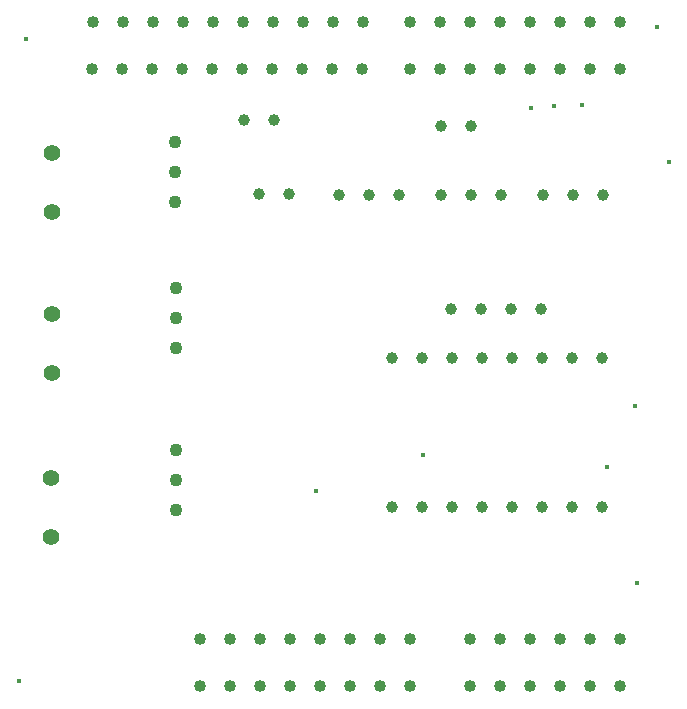
<source format=gbr>
%TF.GenerationSoftware,KiCad,Pcbnew,(6.0.5-0)*%
%TF.CreationDate,2022-06-14T16:31:21+02:00*%
%TF.ProjectId,BRFEv3_Shield,42524645-7633-45f5-9368-69656c642e6b,rev?*%
%TF.SameCoordinates,Original*%
%TF.FileFunction,Plated,1,2,PTH,Drill*%
%TF.FilePolarity,Positive*%
%FSLAX46Y46*%
G04 Gerber Fmt 4.6, Leading zero omitted, Abs format (unit mm)*
G04 Created by KiCad (PCBNEW (6.0.5-0)) date 2022-06-14 16:31:21*
%MOMM*%
%LPD*%
G01*
G04 APERTURE LIST*
%TA.AperFunction,ViaDrill*%
%ADD10C,0.400000*%
%TD*%
%TA.AperFunction,ComponentDrill*%
%ADD11C,1.000000*%
%TD*%
%TA.AperFunction,ComponentDrill*%
%ADD12C,1.016000*%
%TD*%
%TA.AperFunction,ComponentDrill*%
%ADD13C,1.100000*%
%TD*%
%TA.AperFunction,ComponentDrill*%
%ADD14C,1.400000*%
%TD*%
G04 APERTURE END LIST*
D10*
X117798000Y-123365000D03*
X118448000Y-68965000D03*
X142948000Y-107215000D03*
X152048000Y-104215000D03*
X161148000Y-74815000D03*
X163098000Y-74615000D03*
X165498000Y-74515000D03*
X167623000Y-105190000D03*
X169998000Y-100015000D03*
X170148000Y-115015000D03*
X171848000Y-67915000D03*
X172833480Y-79379520D03*
D11*
%TO.C,R1*%
X136883000Y-75865000D03*
%TO.C,J7*%
X138108000Y-82115000D03*
%TO.C,R1*%
X139423000Y-75865000D03*
%TO.C,J7*%
X140648000Y-82115000D03*
%TO.C,J13*%
X144923000Y-82165000D03*
X147463000Y-82165000D03*
%TO.C,J5*%
X149388000Y-108595000D03*
%TO.C,J6*%
X149408000Y-95945000D03*
%TO.C,J13*%
X150003000Y-82165000D03*
%TO.C,J5*%
X151928000Y-108595000D03*
%TO.C,J6*%
X151948000Y-95945000D03*
%TO.C,J4*%
X153508000Y-76365000D03*
%TO.C,J12*%
X153548000Y-82175000D03*
%TO.C,J14*%
X154418000Y-91845000D03*
%TO.C,J5*%
X154468000Y-108595000D03*
%TO.C,J6*%
X154488000Y-95945000D03*
%TO.C,J4*%
X156048000Y-76365000D03*
%TO.C,J12*%
X156088000Y-82175000D03*
%TO.C,J14*%
X156958000Y-91845000D03*
%TO.C,J5*%
X157008000Y-108595000D03*
%TO.C,J6*%
X157028000Y-95945000D03*
%TO.C,J12*%
X158628000Y-82175000D03*
%TO.C,J14*%
X159498000Y-91845000D03*
%TO.C,J5*%
X159548000Y-108595000D03*
%TO.C,J6*%
X159568000Y-95945000D03*
%TO.C,J14*%
X162038000Y-91845000D03*
%TO.C,J5*%
X162088000Y-108595000D03*
%TO.C,J6*%
X162108000Y-95945000D03*
%TO.C,J11*%
X162183000Y-82175000D03*
%TO.C,J5*%
X164628000Y-108595000D03*
%TO.C,J6*%
X164648000Y-95945000D03*
%TO.C,J11*%
X164723000Y-82175000D03*
%TO.C,J5*%
X167168000Y-108595000D03*
%TO.C,J6*%
X167188000Y-95945000D03*
%TO.C,J11*%
X167263000Y-82175000D03*
D12*
%TO.C,P3*%
X124004000Y-71505000D03*
%TO.C,P11*%
X124058000Y-67555000D03*
%TO.C,P3*%
X126544000Y-71505000D03*
%TO.C,P11*%
X126598000Y-67555000D03*
%TO.C,P3*%
X129084000Y-71505000D03*
%TO.C,P11*%
X129138000Y-67555000D03*
%TO.C,P3*%
X131624000Y-71505000D03*
%TO.C,P11*%
X131678000Y-67555000D03*
%TO.C,P9*%
X133108000Y-123755000D03*
%TO.C,P1*%
X133148000Y-119765000D03*
%TO.C,P3*%
X134164000Y-71505000D03*
%TO.C,P11*%
X134218000Y-67555000D03*
%TO.C,P9*%
X135648000Y-123755000D03*
%TO.C,P1*%
X135688000Y-119765000D03*
%TO.C,P3*%
X136704000Y-71505000D03*
%TO.C,P11*%
X136758000Y-67555000D03*
%TO.C,P9*%
X138188000Y-123755000D03*
%TO.C,P1*%
X138228000Y-119765000D03*
%TO.C,P3*%
X139244000Y-71505000D03*
%TO.C,P11*%
X139298000Y-67555000D03*
%TO.C,P9*%
X140728000Y-123755000D03*
%TO.C,P1*%
X140768000Y-119765000D03*
%TO.C,P3*%
X141784000Y-71505000D03*
%TO.C,P11*%
X141838000Y-67555000D03*
%TO.C,P9*%
X143268000Y-123755000D03*
%TO.C,P1*%
X143308000Y-119765000D03*
%TO.C,P3*%
X144324000Y-71505000D03*
%TO.C,P11*%
X144378000Y-67555000D03*
%TO.C,P9*%
X145808000Y-123755000D03*
%TO.C,P1*%
X145848000Y-119765000D03*
%TO.C,P3*%
X146864000Y-71505000D03*
%TO.C,P11*%
X146918000Y-67555000D03*
%TO.C,P9*%
X148348000Y-123755000D03*
%TO.C,P1*%
X148388000Y-119765000D03*
%TO.C,P9*%
X150888000Y-123755000D03*
%TO.C,P12*%
X150908000Y-67555000D03*
%TO.C,P4*%
X150928000Y-71505000D03*
%TO.C,P1*%
X150928000Y-119765000D03*
%TO.C,P12*%
X153448000Y-67555000D03*
%TO.C,P4*%
X153468000Y-71505000D03*
%TO.C,P12*%
X155988000Y-67555000D03*
%TO.C,P4*%
X156008000Y-71505000D03*
%TO.C,P2*%
X156008000Y-119765000D03*
%TO.C,P10*%
X156008000Y-123755000D03*
%TO.C,P12*%
X158528000Y-67555000D03*
%TO.C,P4*%
X158548000Y-71505000D03*
%TO.C,P2*%
X158548000Y-119765000D03*
%TO.C,P10*%
X158548000Y-123755000D03*
%TO.C,P12*%
X161068000Y-67555000D03*
%TO.C,P4*%
X161088000Y-71505000D03*
%TO.C,P2*%
X161088000Y-119765000D03*
%TO.C,P10*%
X161088000Y-123755000D03*
%TO.C,P12*%
X163608000Y-67555000D03*
%TO.C,P4*%
X163628000Y-71505000D03*
%TO.C,P2*%
X163628000Y-119765000D03*
%TO.C,P10*%
X163628000Y-123755000D03*
%TO.C,P12*%
X166148000Y-67555000D03*
%TO.C,P4*%
X166168000Y-71505000D03*
%TO.C,P2*%
X166168000Y-119765000D03*
%TO.C,P10*%
X166168000Y-123755000D03*
%TO.C,P12*%
X168688000Y-67555000D03*
%TO.C,P4*%
X168708000Y-71505000D03*
%TO.C,P2*%
X168708000Y-119765000D03*
%TO.C,P10*%
X168708000Y-123755000D03*
D13*
%TO.C,Q3*%
X131003000Y-77675000D03*
X131003000Y-80215000D03*
X131003000Y-82755000D03*
%TO.C,Q2*%
X131103000Y-90075000D03*
X131103000Y-92615000D03*
X131103000Y-95155000D03*
%TO.C,Q1*%
X131153000Y-103775000D03*
X131153000Y-106315000D03*
X131153000Y-108855000D03*
D14*
%TO.C,J1*%
X120525500Y-106165000D03*
X120525500Y-111165000D03*
%TO.C,J2*%
X120625500Y-92215000D03*
X120625500Y-97215000D03*
%TO.C,J3*%
X120635500Y-78585000D03*
X120635500Y-83585000D03*
M02*

</source>
